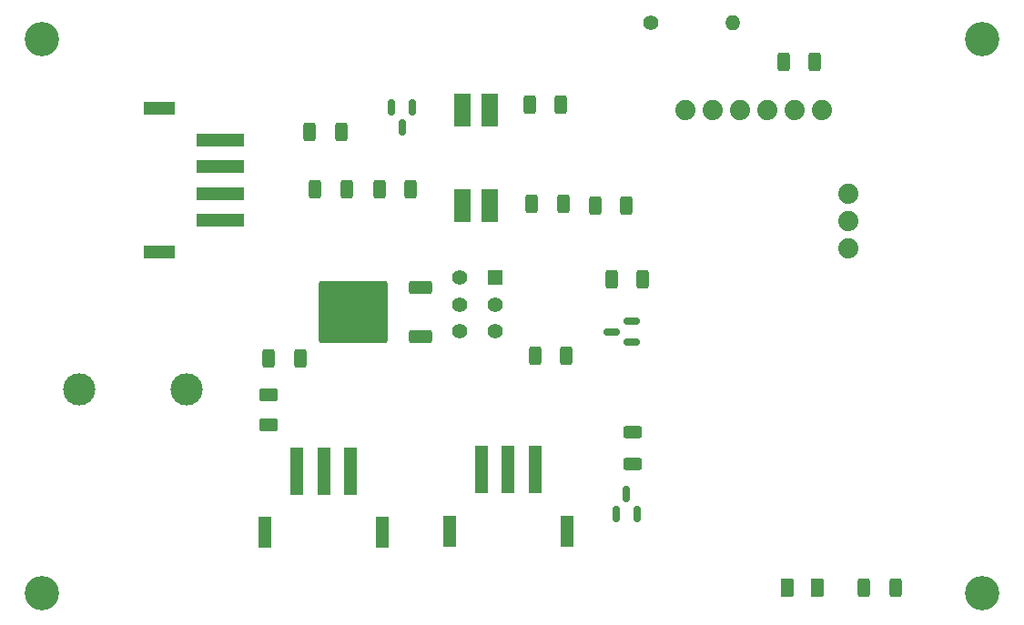
<source format=gbr>
%TF.GenerationSoftware,KiCad,Pcbnew,7.0.9*%
%TF.CreationDate,2024-07-11T14:42:56+10:00*%
%TF.ProjectId,bms test circuit,626d7320-7465-4737-9420-636972637569,rev?*%
%TF.SameCoordinates,Original*%
%TF.FileFunction,Soldermask,Top*%
%TF.FilePolarity,Negative*%
%FSLAX46Y46*%
G04 Gerber Fmt 4.6, Leading zero omitted, Abs format (unit mm)*
G04 Created by KiCad (PCBNEW 7.0.9) date 2024-07-11 14:42:56*
%MOMM*%
%LPD*%
G01*
G04 APERTURE LIST*
G04 Aperture macros list*
%AMRoundRect*
0 Rectangle with rounded corners*
0 $1 Rounding radius*
0 $2 $3 $4 $5 $6 $7 $8 $9 X,Y pos of 4 corners*
0 Add a 4 corners polygon primitive as box body*
4,1,4,$2,$3,$4,$5,$6,$7,$8,$9,$2,$3,0*
0 Add four circle primitives for the rounded corners*
1,1,$1+$1,$2,$3*
1,1,$1+$1,$4,$5*
1,1,$1+$1,$6,$7*
1,1,$1+$1,$8,$9*
0 Add four rect primitives between the rounded corners*
20,1,$1+$1,$2,$3,$4,$5,0*
20,1,$1+$1,$4,$5,$6,$7,0*
20,1,$1+$1,$6,$7,$8,$9,0*
20,1,$1+$1,$8,$9,$2,$3,0*%
G04 Aperture macros list end*
%ADD10RoundRect,0.250000X0.312500X0.625000X-0.312500X0.625000X-0.312500X-0.625000X0.312500X-0.625000X0*%
%ADD11C,3.200000*%
%ADD12C,3.000000*%
%ADD13R,1.400000X1.400000*%
%ADD14C,1.400000*%
%ADD15RoundRect,0.250000X-0.375000X-0.625000X0.375000X-0.625000X0.375000X0.625000X-0.375000X0.625000X0*%
%ADD16RoundRect,0.250000X0.625000X-0.375000X0.625000X0.375000X-0.625000X0.375000X-0.625000X-0.375000X0*%
%ADD17RoundRect,0.250000X0.850000X0.350000X-0.850000X0.350000X-0.850000X-0.350000X0.850000X-0.350000X0*%
%ADD18RoundRect,0.249997X2.950003X2.650003X-2.950003X2.650003X-2.950003X-2.650003X2.950003X-2.650003X0*%
%ADD19RoundRect,0.250000X-0.312500X-0.625000X0.312500X-0.625000X0.312500X0.625000X-0.312500X0.625000X0*%
%ADD20RoundRect,0.150000X0.150000X-0.587500X0.150000X0.587500X-0.150000X0.587500X-0.150000X-0.587500X0*%
%ADD21R,1.200000X4.500000*%
%ADD22R,1.200000X3.000000*%
%ADD23RoundRect,0.250000X0.625000X-0.312500X0.625000X0.312500X-0.625000X0.312500X-0.625000X-0.312500X0*%
%ADD24C,1.879600*%
%ADD25O,1.400000X1.400000*%
%ADD26RoundRect,0.150000X0.587500X0.150000X-0.587500X0.150000X-0.587500X-0.150000X0.587500X-0.150000X0*%
%ADD27RoundRect,0.150000X-0.150000X0.587500X-0.150000X-0.587500X0.150000X-0.587500X0.150000X0.587500X0*%
%ADD28R,1.600000X3.100000*%
%ADD29R,4.500000X1.200000*%
%ADD30R,3.000000X1.200000*%
G04 APERTURE END LIST*
D10*
X220472000Y-59563000D03*
X217547000Y-59563000D03*
D11*
X259461000Y-95758000D03*
D12*
X175465000Y-76811000D03*
X185465000Y-76811000D03*
D11*
X171958000Y-95758000D03*
X171958000Y-44196000D03*
D10*
X220283500Y-50292000D03*
X217358500Y-50292000D03*
X200344500Y-58166000D03*
X197419500Y-58166000D03*
D13*
X214121000Y-66426500D03*
D14*
X214121000Y-68926500D03*
X214121000Y-71426500D03*
X210821000Y-66426500D03*
X210821000Y-68926500D03*
X210821000Y-71426500D03*
D15*
X241297000Y-95250000D03*
X244097000Y-95250000D03*
D11*
X259461000Y-44196000D03*
D16*
X193040000Y-80140000D03*
X193040000Y-77340000D03*
D17*
X207224000Y-71876000D03*
D18*
X200924000Y-69596000D03*
D17*
X207224000Y-67316000D03*
D19*
X196911500Y-52832000D03*
X199836500Y-52832000D03*
D20*
X225425000Y-88392000D03*
X227325000Y-88392000D03*
X226375000Y-86517000D03*
D19*
X248473500Y-95250000D03*
X251398500Y-95250000D03*
D21*
X212851000Y-84298000D03*
X215351000Y-84298000D03*
X217851000Y-84298000D03*
D22*
X209901000Y-89998000D03*
X220801000Y-89998000D03*
D10*
X220791500Y-73660000D03*
X217866500Y-73660000D03*
X196026500Y-73914000D03*
X193101500Y-73914000D03*
D23*
X226949000Y-83758500D03*
X226949000Y-80833500D03*
D21*
X195706000Y-84425000D03*
X198206000Y-84425000D03*
X200706000Y-84425000D03*
D22*
X192756000Y-90125000D03*
X203656000Y-90125000D03*
D10*
X243905500Y-46355000D03*
X240980500Y-46355000D03*
D24*
X247018000Y-63687000D03*
X247018000Y-61147000D03*
X247018000Y-58607000D03*
X244518000Y-50857000D03*
X241978000Y-50857000D03*
X239438000Y-50857000D03*
X236898000Y-50857000D03*
X234358000Y-50857000D03*
X231818000Y-50857000D03*
D14*
X228600000Y-42672000D03*
D25*
X236220000Y-42672000D03*
D26*
X226822000Y-72390000D03*
X226822000Y-70490000D03*
X224947000Y-71440000D03*
D19*
X224978500Y-66548000D03*
X227903500Y-66548000D03*
D27*
X206436000Y-50576000D03*
X204536000Y-50576000D03*
X205486000Y-52451000D03*
D10*
X226379500Y-59690000D03*
X223454500Y-59690000D03*
X206313500Y-58166000D03*
X203388500Y-58166000D03*
D28*
X213614000Y-50800000D03*
X211074000Y-50800000D03*
X211074000Y-59690000D03*
X213614000Y-59690000D03*
D29*
X188595000Y-53587000D03*
X188595000Y-56087000D03*
X188595000Y-58587000D03*
X188595000Y-61087000D03*
D30*
X182895000Y-50637000D03*
X182895000Y-64037000D03*
M02*

</source>
